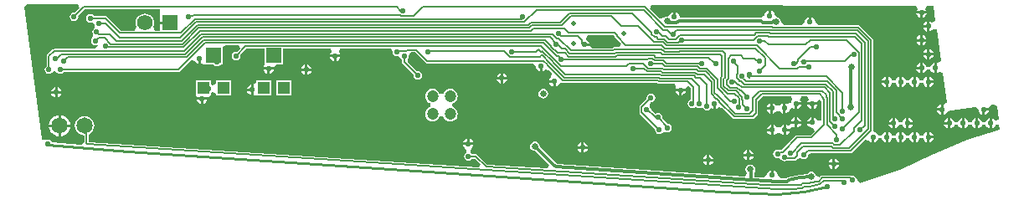
<source format=gbl>
G04*
G04 #@! TF.GenerationSoftware,Altium Limited,Altium Designer,19.1.5 (86)*
G04*
G04 Layer_Physical_Order=2*
G04 Layer_Color=1930808*
%FSAX24Y24*%
%MOIN*%
G70*
G01*
G75*
%ADD14C,0.0100*%
%ADD15C,0.0080*%
%ADD16C,0.0060*%
%ADD85C,0.0120*%
%ADD86C,0.0650*%
%ADD87C,0.0472*%
%ADD88C,0.0620*%
%ADD89R,0.0620X0.0620*%
%ADD90C,0.0195*%
%ADD91C,0.0220*%
%ADD92C,0.0260*%
%ADD93R,0.0472X0.0472*%
%ADD94R,0.0630X0.0591*%
G36*
X019619Y013547D02*
X019677Y013407D01*
X019486Y013216D01*
X019450Y013223D01*
X019384Y013210D01*
X019328Y013172D01*
X019290Y013116D01*
X019277Y013050D01*
X019290Y012984D01*
X019328Y012928D01*
X019384Y012890D01*
X019450Y012877D01*
X019516Y012890D01*
X019572Y012928D01*
X019610Y012984D01*
X019623Y013050D01*
X019616Y013086D01*
X019888Y013358D01*
X022857D01*
X022868Y013223D01*
X022868D01*
Y012863D01*
X023278D01*
Y012763D01*
X022868D01*
Y012504D01*
X022684D01*
X022634Y012577D01*
X022608Y012644D01*
X022638Y012716D01*
X022651Y012813D01*
X022638Y012909D01*
X022601Y012999D01*
X022542Y013077D01*
X022464Y013136D01*
X022374Y013173D01*
X022278Y013186D01*
X022181Y013173D01*
X022091Y013136D01*
X022014Y013077D01*
X021954Y012999D01*
X021917Y012909D01*
X021904Y012813D01*
X021917Y012716D01*
X021947Y012644D01*
X021921Y012577D01*
X021871Y012504D01*
X021325D01*
X020765Y013065D01*
X020735Y013085D01*
X020700Y013092D01*
X020254D01*
X020233Y013122D01*
X020177Y013160D01*
X020111Y013173D01*
X020045Y013160D01*
X019988Y013122D01*
X019951Y013066D01*
X019938Y013000D01*
X019951Y012934D01*
X019988Y012878D01*
X020045Y012840D01*
X020111Y012827D01*
X020141Y012833D01*
X020203Y012818D01*
X020265Y012765D01*
X020270Y012615D01*
X020238Y012579D01*
X020228Y012572D01*
X020190Y012516D01*
X020177Y012450D01*
X020190Y012384D01*
X020215Y012302D01*
X020173Y012218D01*
X020135Y012162D01*
X020122Y012095D01*
X020135Y012029D01*
X020173Y011973D01*
X020229Y011935D01*
X020295Y011922D01*
X020362Y011935D01*
X020401Y011919D01*
X020289Y011782D01*
X018660D01*
X018625Y011775D01*
X018595Y011755D01*
X018385Y011545D01*
X018365Y011515D01*
X018358Y011480D01*
Y011093D01*
X018328Y011072D01*
X018290Y011016D01*
X018277Y010950D01*
X018290Y010884D01*
X018328Y010828D01*
X018384Y010790D01*
X018450Y010777D01*
X018516Y010790D01*
X018572Y010828D01*
X018596Y010863D01*
X018662Y010877D01*
X018664Y010877D01*
X018749Y010867D01*
X018771Y010836D01*
X018827Y010798D01*
X018893Y010785D01*
X018959Y010798D01*
X019015Y010836D01*
X019036Y010866D01*
X023608D01*
X023643Y010873D01*
X023673Y010893D01*
X024108Y011328D01*
X024160Y011324D01*
X024270Y011292D01*
X024299Y011249D01*
X024368Y011202D01*
X024400Y011196D01*
Y011400D01*
X024500D01*
Y011189D01*
X024625Y011155D01*
Y011155D01*
X025009D01*
X025028Y011128D01*
X025084Y011090D01*
X025150Y011077D01*
X025216Y011090D01*
X025272Y011128D01*
X025291Y011155D01*
X025375D01*
Y011866D01*
X025491Y011924D01*
X026011D01*
X026065Y011794D01*
X025936Y011666D01*
X025900Y011673D01*
X025834Y011660D01*
X025778Y011622D01*
X025740Y011566D01*
X025727Y011500D01*
X025740Y011434D01*
X025778Y011378D01*
X025834Y011340D01*
X025900Y011327D01*
X025966Y011340D01*
X026022Y011378D01*
X026060Y011434D01*
X026073Y011500D01*
X026066Y011536D01*
X026318Y011788D01*
X027025D01*
Y011155D01*
X027025D01*
X027002Y011082D01*
X026996Y011050D01*
X027434D01*
X027497Y011144D01*
X027515Y011155D01*
X027775D01*
Y011804D01*
X029666D01*
X029708Y011664D01*
X029699Y011657D01*
X029652Y011588D01*
X029646Y011556D01*
X030054D01*
X030048Y011588D01*
X030001Y011657D01*
X029992Y011664D01*
X030034Y011804D01*
X032030D01*
X032055Y011784D01*
X032130Y011664D01*
X032127Y011650D01*
X032140Y011584D01*
X032178Y011528D01*
X032234Y011490D01*
X032300Y011477D01*
X032367Y011489D01*
X032440Y011434D01*
X032478Y011378D01*
X032508Y011357D01*
Y011250D01*
X032515Y011215D01*
X032535Y011185D01*
X032966Y010754D01*
X032959Y010718D01*
X032972Y010652D01*
X033009Y010596D01*
X033065Y010558D01*
X033132Y010545D01*
X033198Y010558D01*
X033254Y010596D01*
X033292Y010652D01*
X033305Y010718D01*
X033292Y010785D01*
X033254Y010841D01*
X033198Y010878D01*
X033132Y010891D01*
X033096Y010884D01*
X032744Y011236D01*
X032722Y011378D01*
X032760Y011434D01*
X032773Y011500D01*
X032772Y011508D01*
X032850Y011631D01*
X032874Y011648D01*
X033022D01*
X033435Y011235D01*
X033465Y011215D01*
X033500Y011208D01*
X037715D01*
X037836Y011100D01*
X037852Y011018D01*
X037899Y010949D01*
X037968Y010902D01*
X038000Y010896D01*
Y011100D01*
X038100D01*
Y010896D01*
X038132Y010902D01*
X038201Y010949D01*
X038364Y010940D01*
X038477Y010826D01*
X038480Y010792D01*
X038448Y010658D01*
X038421Y010640D01*
X038374Y010570D01*
X038368Y010538D01*
X038572D01*
Y010488D01*
X038622D01*
Y010284D01*
X038654Y010291D01*
X038723Y010337D01*
X038741Y010364D01*
X038758Y010378D01*
X038840Y010417D01*
X038913Y010428D01*
X042645D01*
X042659Y010415D01*
X042689Y010395D01*
X042724Y010388D01*
X043357D01*
X043359Y010386D01*
X043419Y010248D01*
X043402Y010224D01*
X043396Y010192D01*
X043804D01*
X043798Y010224D01*
X043797Y010226D01*
X043905Y010315D01*
X044008Y010212D01*
Y009765D01*
X043984Y009760D01*
X043928Y009722D01*
X043890Y009666D01*
X043877Y009600D01*
X043890Y009534D01*
X043928Y009478D01*
X043984Y009440D01*
X044050Y009427D01*
X044116Y009440D01*
X044200Y009468D01*
X044284Y009440D01*
X044350Y009427D01*
X044416Y009440D01*
X044490Y009434D01*
X044528Y009378D01*
X044584Y009340D01*
X044650Y009327D01*
X044716Y009340D01*
X044772Y009378D01*
X044810Y009434D01*
X044817Y009437D01*
X044868Y009402D01*
X044900Y009396D01*
Y009600D01*
X045000D01*
Y009396D01*
X045032Y009402D01*
X045101Y009449D01*
X045258Y009431D01*
X045674Y009015D01*
X045703Y008995D01*
X045739Y008988D01*
X046465D01*
X046500Y008995D01*
X046530Y009015D01*
X046660Y009145D01*
X046680Y009175D01*
X046687Y009210D01*
Y009707D01*
X046868Y009888D01*
X048002D01*
X048043Y009768D01*
X048047Y009748D01*
X048002Y009682D01*
X047994Y009642D01*
X047951Y009612D01*
X047885Y009587D01*
X047851Y009582D01*
X047810Y009609D01*
X047778Y009616D01*
Y009412D01*
Y009208D01*
X047810Y009214D01*
X047879Y009260D01*
X047926Y009330D01*
X047934Y009370D01*
X047977Y009399D01*
X048043Y009425D01*
X048077Y009430D01*
X048118Y009402D01*
X048150Y009396D01*
Y009600D01*
X048200D01*
Y009650D01*
X048404D01*
X048398Y009682D01*
X048353Y009748D01*
X048357Y009768D01*
X048398Y009888D01*
X048652D01*
X048693Y009768D01*
X048697Y009748D01*
X048652Y009682D01*
X048646Y009650D01*
X049054D01*
X049048Y009682D01*
X049111Y009774D01*
X049208Y009682D01*
Y008920D01*
X049194Y008912D01*
X049048Y008932D01*
X049001Y009001D01*
X048932Y009048D01*
X048900Y009054D01*
Y008850D01*
X048850D01*
Y008800D01*
X048646D01*
X048652Y008768D01*
X048699Y008699D01*
X048768Y008652D01*
X048850Y008636D01*
X048860Y008638D01*
X048929Y008509D01*
X048762Y008342D01*
X048250D01*
X048215Y008335D01*
X048185Y008315D01*
X047636Y007766D01*
X047574D01*
X047539Y007759D01*
X047524Y007749D01*
X047460Y007762D01*
X047394Y007749D01*
X047338Y007711D01*
X047300Y007655D01*
X047287Y007589D01*
X047300Y007522D01*
X047338Y007466D01*
X047394Y007429D01*
X047460Y007416D01*
X047527Y007429D01*
X047618Y007350D01*
X047674Y007312D01*
X047740Y007299D01*
X047806Y007312D01*
X047817Y007320D01*
X048130D01*
X048165Y007327D01*
X048195Y007346D01*
X048236Y007387D01*
X048378Y007428D01*
X048434Y007390D01*
X048500Y007377D01*
X048566Y007390D01*
X048622Y007428D01*
X048660Y007484D01*
X048673Y007550D01*
X048800Y007618D01*
X050362D01*
X050398Y007625D01*
X050427Y007645D01*
X050937Y008154D01*
X051104Y008124D01*
X051109Y008116D01*
X051178Y008070D01*
X051210Y008064D01*
Y008268D01*
X051310D01*
Y008064D01*
X051342Y008070D01*
X051411Y008116D01*
X051458Y008186D01*
X051464Y008219D01*
X051607D01*
X051613Y008186D01*
X051660Y008116D01*
X051729Y008070D01*
X051761Y008064D01*
Y008268D01*
Y008472D01*
X051729Y008465D01*
X051660Y008419D01*
X051613Y008350D01*
X051607Y008317D01*
X051464D01*
X051458Y008350D01*
X051411Y008419D01*
X051342Y008465D01*
X051272Y008528D01*
X051272Y008611D01*
Y012129D01*
X051265Y012164D01*
X051245Y012194D01*
X050744Y012695D01*
X050714Y012715D01*
X050679Y012722D01*
X049072D01*
X048964Y012850D01*
X048948Y012932D01*
X048901Y013001D01*
X048832Y013048D01*
X048800Y013054D01*
Y012850D01*
X048700D01*
Y013054D01*
X048668Y013048D01*
X048599Y013001D01*
X048552Y012932D01*
X048536Y012850D01*
X048428Y012722D01*
X047698D01*
X047594Y012850D01*
X047579Y012924D01*
X047537Y012987D01*
X047474Y013029D01*
X047364Y013100D01*
X047348Y013182D01*
X047301Y013251D01*
X047232Y013298D01*
X047200Y013304D01*
Y013100D01*
X047100D01*
Y013304D01*
X047068Y013298D01*
X046999Y013251D01*
X046952Y013182D01*
X046940Y013119D01*
X046907Y013082D01*
X046809Y013021D01*
X046800Y013022D01*
X043587D01*
X043564Y013050D01*
X043548Y013132D01*
X043501Y013201D01*
X043432Y013248D01*
X043400Y013254D01*
Y013050D01*
X043300D01*
Y013254D01*
X043268Y013248D01*
X043199Y013201D01*
X043152Y013132D01*
X043061Y013072D01*
X042987Y013058D01*
X042924Y013016D01*
X042760Y012999D01*
X042383Y013376D01*
X042441Y013515D01*
X052967Y013501D01*
X053004Y013438D01*
X053025Y013361D01*
X052991Y013310D01*
X052985Y013278D01*
X053393D01*
X053387Y013310D01*
X053353Y013360D01*
X053375Y013438D01*
X053412Y013500D01*
X053613Y013500D01*
X053656Y013497D01*
X053740Y012894D01*
X053645Y012844D01*
X053608Y012834D01*
X053546Y012875D01*
X053515Y012881D01*
Y012677D01*
Y012473D01*
X053546Y012479D01*
X053616Y012526D01*
X053645Y012569D01*
X053756Y012563D01*
X053789Y012552D01*
X053965Y011294D01*
X053835Y011212D01*
X053822Y011221D01*
X053790Y011228D01*
Y011024D01*
Y010820D01*
X053822Y010826D01*
X053884Y010867D01*
X053931Y010860D01*
X054031Y010829D01*
X054193Y009672D01*
X054159Y009634D01*
X054066Y009574D01*
Y009370D01*
Y009166D01*
X054098Y009172D01*
X054167Y009219D01*
X054177Y009233D01*
X054202Y009263D01*
X054288Y009309D01*
X054344Y009325D01*
X054364Y009328D01*
X055331Y009464D01*
X055455Y009370D01*
X055472Y009288D01*
X055518Y009219D01*
X055587Y009172D01*
X055619Y009166D01*
Y009370D01*
X055669D01*
Y009420D01*
X055888D01*
X055945Y009531D01*
X055968Y009553D01*
X056085Y009570D01*
X056197Y009485D01*
X056261Y008966D01*
X056125Y008927D01*
X056096Y008970D01*
X056027Y009017D01*
X055995Y009023D01*
Y008819D01*
Y008615D01*
X056027Y008621D01*
X056096Y008668D01*
X056143Y008737D01*
X056146Y008757D01*
X056288Y008752D01*
X056313Y008550D01*
X055013Y008150D01*
X053613Y007550D01*
X052413Y007000D01*
X050813Y006450D01*
X050732Y006433D01*
X050732Y006433D01*
X050624Y006550D01*
X050622Y006554D01*
X050610Y006616D01*
X050572Y006672D01*
X050516Y006710D01*
X050450Y006723D01*
X050409Y006715D01*
X050380Y006735D01*
X050345Y006742D01*
X049240D01*
X049205Y006735D01*
X049175Y006715D01*
X049130Y006670D01*
X049066Y006684D01*
X048989Y006726D01*
X048979Y006774D01*
X048937Y006837D01*
X048874Y006879D01*
X048800Y006894D01*
X048726Y006879D01*
X048663Y006837D01*
X048642Y006806D01*
X048336Y006772D01*
X048330Y006770D01*
X048323Y006769D01*
X047873Y006669D01*
X047864Y006665D01*
X047853Y006663D01*
X047842Y006656D01*
X047830Y006650D01*
X047822Y006642D01*
X047813Y006637D01*
X047801Y006624D01*
X047574D01*
X047464Y006750D01*
X047448Y006832D01*
X047401Y006901D01*
X047332Y006948D01*
X047300Y006954D01*
Y006750D01*
X047200D01*
Y006954D01*
X047168Y006948D01*
X047099Y006901D01*
X047052Y006832D01*
X047036Y006750D01*
X046914Y006644D01*
X046522Y006671D01*
Y006852D01*
X046557Y006904D01*
X046572Y006978D01*
X046557Y007052D01*
X046515Y007115D01*
X046452Y007157D01*
X046378Y007172D01*
X046304Y007157D01*
X046241Y007115D01*
X046199Y007052D01*
X046184Y006978D01*
X046199Y006904D01*
X046241Y006841D01*
X046209Y006754D01*
X046145Y006697D01*
X038690Y007205D01*
X038628Y007245D01*
X037990Y007883D01*
X037994Y007900D01*
X037979Y007974D01*
X037937Y008037D01*
X037874Y008079D01*
X037800Y008094D01*
X037726Y008079D01*
X037663Y008037D01*
X037621Y007974D01*
X037606Y007900D01*
X037621Y007826D01*
X037663Y007763D01*
X037726Y007721D01*
X037800Y007706D01*
X037817Y007710D01*
X038380Y007147D01*
X038318Y007011D01*
X035912Y007168D01*
X035515Y007565D01*
X035485Y007585D01*
X035450Y007592D01*
X035320D01*
X035253Y007664D01*
X035248Y007699D01*
X035259Y007794D01*
X035282Y007836D01*
X035301Y007849D01*
X035348Y007918D01*
X035354Y007950D01*
X034946D01*
X034952Y007918D01*
X034999Y007849D01*
X035018Y007836D01*
X035080Y007722D01*
X035083Y007676D01*
X035028Y007622D01*
X034990Y007566D01*
X034977Y007500D01*
X034990Y007434D01*
X035028Y007378D01*
X035084Y007340D01*
X035150Y007327D01*
X035216Y007340D01*
X035272Y007378D01*
X035280Y007389D01*
X035423Y007398D01*
X035626Y007194D01*
X035568Y007067D01*
X031356Y007342D01*
X031356Y007342D01*
X031356Y007342D01*
X020042Y008072D01*
Y008374D01*
X020069Y008385D01*
X020149Y008447D01*
X020211Y008527D01*
X020250Y008621D01*
X020263Y008721D01*
X020250Y008822D01*
X020211Y008915D01*
X020149Y008996D01*
X020069Y009057D01*
X019975Y009096D01*
X019875Y009109D01*
X019774Y009096D01*
X019681Y009057D01*
X019600Y008996D01*
X019539Y008915D01*
X019500Y008822D01*
X019487Y008721D01*
X019500Y008621D01*
X019539Y008527D01*
X019600Y008447D01*
X019681Y008385D01*
X019774Y008346D01*
X019858Y008335D01*
Y008089D01*
X019755Y007971D01*
X019727Y007959D01*
X018563Y008050D01*
X018560Y008066D01*
X018522Y008122D01*
X018466Y008160D01*
X018400Y008173D01*
X018334Y008160D01*
X018309Y008144D01*
X018201Y008173D01*
X018160Y008199D01*
X017563Y012700D01*
X017476Y013445D01*
X017569Y013550D01*
X019619Y013547D01*
D02*
G37*
G36*
X040973Y012297D02*
Y012282D01*
X040980Y012247D01*
X041000Y012217D01*
X041225Y011992D01*
X041167Y011852D01*
X040957D01*
X040922Y011845D01*
X040892Y011825D01*
X040869Y011802D01*
X040080D01*
X040061Y011814D01*
X039999Y011908D01*
X039765D01*
Y012008D01*
X039969D01*
X039963Y012040D01*
X039917Y012109D01*
X039847Y012155D01*
X039837Y012167D01*
X039826Y012193D01*
X039919Y012333D01*
X040937D01*
X040973Y012297D01*
D02*
G37*
%LPC*%
G36*
X053393Y013178D02*
X053239D01*
Y013024D01*
X053271Y013031D01*
X053340Y013077D01*
X053387Y013146D01*
X053393Y013178D01*
D02*
G37*
G36*
X053139D02*
X052985D01*
X052991Y013146D01*
X053038Y013077D01*
X053107Y013031D01*
X053139Y013024D01*
Y013178D01*
D02*
G37*
G36*
X053415Y012881D02*
X053383Y012875D01*
X053313Y012828D01*
X053267Y012759D01*
X053261Y012727D01*
X053415D01*
Y012881D01*
D02*
G37*
G36*
Y012627D02*
X053261D01*
X053267Y012595D01*
X053313Y012526D01*
X053383Y012479D01*
X053415Y012473D01*
Y012627D01*
D02*
G37*
G36*
X053239Y012330D02*
Y012176D01*
X053393D01*
X053387Y012208D01*
X053340Y012277D01*
X053271Y012324D01*
X053239Y012330D01*
D02*
G37*
G36*
X053139D02*
X053107Y012324D01*
X053038Y012277D01*
X052991Y012208D01*
X052985Y012176D01*
X053139D01*
Y012330D01*
D02*
G37*
G36*
X053393Y012076D02*
X053239D01*
Y011922D01*
X053271Y011928D01*
X053340Y011975D01*
X053387Y012044D01*
X053393Y012076D01*
D02*
G37*
G36*
X053139D02*
X052985D01*
X052991Y012044D01*
X053038Y011975D01*
X053107Y011928D01*
X053139Y011922D01*
Y012076D01*
D02*
G37*
G36*
X053515Y011779D02*
Y011625D01*
X053669D01*
X053662Y011657D01*
X053616Y011726D01*
X053546Y011772D01*
X053515Y011779D01*
D02*
G37*
G36*
X053415D02*
X053383Y011772D01*
X053313Y011726D01*
X053267Y011657D01*
X053261Y011625D01*
X053415D01*
Y011779D01*
D02*
G37*
G36*
X053669Y011525D02*
X053515D01*
Y011371D01*
X053546Y011377D01*
X053616Y011424D01*
X053662Y011493D01*
X053669Y011525D01*
D02*
G37*
G36*
X053415D02*
X053261D01*
X053267Y011493D01*
X053313Y011424D01*
X053383Y011377D01*
X053415Y011371D01*
Y011525D01*
D02*
G37*
G36*
X030054Y011456D02*
X029900D01*
Y011302D01*
X029932Y011308D01*
X030001Y011355D01*
X030048Y011424D01*
X030054Y011456D01*
D02*
G37*
G36*
X029800D02*
X029646D01*
X029652Y011424D01*
X029699Y011355D01*
X029768Y011308D01*
X029800Y011302D01*
Y011456D01*
D02*
G37*
G36*
X053139Y011228D02*
X053107Y011221D01*
X053038Y011175D01*
X052991Y011106D01*
X052985Y011074D01*
X053139D01*
Y011228D01*
D02*
G37*
G36*
X053690D02*
X053658Y011221D01*
X053589Y011175D01*
X053542Y011106D01*
X053536Y011073D01*
X053393D01*
X053387Y011106D01*
X053340Y011175D01*
X053271Y011221D01*
X053239Y011228D01*
Y011024D01*
Y010820D01*
X053271Y010826D01*
X053340Y010872D01*
X053387Y010942D01*
X053393Y010975D01*
X053536D01*
X053542Y010942D01*
X053589Y010872D01*
X053658Y010826D01*
X053690Y010820D01*
Y011024D01*
Y011228D01*
D02*
G37*
G36*
X028750Y011154D02*
Y011000D01*
X028904D01*
X028898Y011032D01*
X028851Y011101D01*
X028782Y011148D01*
X028750Y011154D01*
D02*
G37*
G36*
X028650D02*
X028618Y011148D01*
X028549Y011101D01*
X028502Y011032D01*
X028496Y011000D01*
X028650D01*
Y011154D01*
D02*
G37*
G36*
X053139Y010974D02*
X052985D01*
X052991Y010942D01*
X053038Y010872D01*
X053107Y010826D01*
X053139Y010820D01*
Y010974D01*
D02*
G37*
G36*
X027404Y010950D02*
X027250D01*
Y010796D01*
X027282Y010802D01*
X027351Y010849D01*
X027398Y010918D01*
X027404Y010950D01*
D02*
G37*
G36*
X027150D02*
X026996D01*
X027002Y010918D01*
X027049Y010849D01*
X027118Y010802D01*
X027150Y010796D01*
Y010950D01*
D02*
G37*
G36*
X028904Y010900D02*
X028750D01*
Y010746D01*
X028782Y010752D01*
X028851Y010799D01*
X028898Y010868D01*
X028904Y010900D01*
D02*
G37*
G36*
X028650D02*
X028496D01*
X028502Y010868D01*
X028549Y010799D01*
X028618Y010752D01*
X028650Y010746D01*
Y010900D01*
D02*
G37*
G36*
X036538Y010816D02*
Y010662D01*
X036692D01*
X036686Y010694D01*
X036639Y010763D01*
X036570Y010809D01*
X036538Y010816D01*
D02*
G37*
G36*
X036438D02*
X036406Y010809D01*
X036337Y010763D01*
X036291Y010694D01*
X036284Y010662D01*
X036438D01*
Y010816D01*
D02*
G37*
G36*
X053515Y010676D02*
Y010522D01*
X053669D01*
X053662Y010554D01*
X053616Y010624D01*
X053546Y010670D01*
X053515Y010676D01*
D02*
G37*
G36*
X051761D02*
X051729Y010670D01*
X051660Y010624D01*
X051613Y010554D01*
X051607Y010522D01*
X051761D01*
Y010676D01*
D02*
G37*
G36*
X053415D02*
X053383Y010670D01*
X053313Y010624D01*
X053267Y010554D01*
X053260Y010521D01*
X053118D01*
X053111Y010554D01*
X053065Y010624D01*
X052995Y010670D01*
X052963Y010676D01*
Y010472D01*
Y010268D01*
X052995Y010275D01*
X053065Y010321D01*
X053111Y010391D01*
X053118Y010424D01*
X053260D01*
X053267Y010391D01*
X053313Y010321D01*
X053383Y010275D01*
X053415Y010268D01*
Y010472D01*
Y010676D01*
D02*
G37*
G36*
X052863D02*
X052832Y010670D01*
X052762Y010624D01*
X052716Y010554D01*
X052709Y010521D01*
X052566D01*
X052560Y010554D01*
X052513Y010624D01*
X052444Y010670D01*
X052412Y010676D01*
Y010472D01*
Y010268D01*
X052444Y010275D01*
X052513Y010321D01*
X052560Y010391D01*
X052566Y010424D01*
X052709D01*
X052716Y010391D01*
X052762Y010321D01*
X052832Y010275D01*
X052863Y010268D01*
Y010472D01*
Y010676D01*
D02*
G37*
G36*
X052312D02*
X052280Y010670D01*
X052211Y010624D01*
X052165Y010554D01*
X052158Y010521D01*
X052015D01*
X052009Y010554D01*
X051962Y010624D01*
X051893Y010670D01*
X051861Y010676D01*
Y010472D01*
Y010268D01*
X051893Y010275D01*
X051962Y010321D01*
X052009Y010391D01*
X052015Y010424D01*
X052158D01*
X052165Y010391D01*
X052211Y010321D01*
X052280Y010275D01*
X052312Y010268D01*
Y010472D01*
Y010676D01*
D02*
G37*
G36*
X036692Y010562D02*
X036538D01*
Y010408D01*
X036570Y010414D01*
X036639Y010461D01*
X036686Y010530D01*
X036692Y010562D01*
D02*
G37*
G36*
X036438D02*
X036284D01*
X036291Y010530D01*
X036337Y010461D01*
X036406Y010414D01*
X036438Y010408D01*
Y010562D01*
D02*
G37*
G36*
X025690Y010527D02*
X025097D01*
Y010395D01*
X024957Y010333D01*
X024903Y010383D01*
Y010527D01*
X024310D01*
Y009934D01*
X024310D01*
X024326Y009850D01*
X024803D01*
X024868Y009934D01*
X024903D01*
Y010017D01*
X024957Y010067D01*
X025097Y010005D01*
Y009934D01*
X025690D01*
Y010527D01*
D02*
G37*
G36*
X038522Y010438D02*
X038368D01*
X038374Y010407D01*
X038421Y010337D01*
X038490Y010291D01*
X038522Y010284D01*
Y010438D01*
D02*
G37*
G36*
X053669Y010422D02*
X053515D01*
Y010268D01*
X053546Y010275D01*
X053616Y010321D01*
X053662Y010391D01*
X053669Y010422D01*
D02*
G37*
G36*
X051761D02*
X051607D01*
X051613Y010391D01*
X051660Y010321D01*
X051729Y010275D01*
X051761Y010268D01*
Y010422D01*
D02*
G37*
G36*
X026500Y010354D02*
X026468Y010348D01*
X026399Y010301D01*
X026352Y010232D01*
X026346Y010200D01*
X026500D01*
Y010354D01*
D02*
G37*
G36*
X018800Y010254D02*
Y010100D01*
X018954D01*
X018948Y010132D01*
X018901Y010201D01*
X018832Y010248D01*
X018800Y010254D01*
D02*
G37*
G36*
X018700D02*
X018668Y010248D01*
X018599Y010201D01*
X018552Y010132D01*
X018546Y010100D01*
X018700D01*
Y010254D01*
D02*
G37*
G36*
X034432Y010193D02*
X034355Y010183D01*
X034283Y010153D01*
X034221Y010105D01*
X034174Y010043D01*
X034152Y009991D01*
X034079Y009978D01*
X034006Y009991D01*
X033984Y010043D01*
X033936Y010105D01*
X033875Y010153D01*
X033803Y010183D01*
X033725Y010193D01*
X033648Y010183D01*
X033576Y010153D01*
X033514Y010105D01*
X033466Y010043D01*
X033437Y009971D01*
X033426Y009894D01*
X033437Y009817D01*
X033466Y009745D01*
X033514Y009683D01*
X033576Y009635D01*
X033628Y009614D01*
X033641Y009541D01*
X033628Y009467D01*
X033576Y009446D01*
X033514Y009398D01*
X033466Y009336D01*
X033437Y009264D01*
X033426Y009187D01*
X033437Y009110D01*
X033466Y009038D01*
X033514Y008976D01*
X033576Y008928D01*
X033648Y008898D01*
X033725Y008888D01*
X033803Y008898D01*
X033875Y008928D01*
X033936Y008976D01*
X033984Y009038D01*
X034006Y009090D01*
X034079Y009103D01*
X034152Y009090D01*
X034174Y009038D01*
X034221Y008976D01*
X034283Y008928D01*
X034355Y008898D01*
X034432Y008888D01*
X034510Y008898D01*
X034582Y008928D01*
X034644Y008976D01*
X034691Y009038D01*
X034721Y009110D01*
X034731Y009187D01*
X034721Y009264D01*
X034691Y009336D01*
X034644Y009398D01*
X034582Y009446D01*
X034529Y009467D01*
X034516Y009541D01*
X034529Y009614D01*
X034582Y009635D01*
X034644Y009683D01*
X034691Y009745D01*
X034721Y009817D01*
X034731Y009894D01*
X034721Y009971D01*
X034691Y010043D01*
X034644Y010105D01*
X034582Y010153D01*
X034510Y010183D01*
X034432Y010193D01*
D02*
G37*
G36*
X026500Y010100D02*
X026346D01*
X026352Y010068D01*
X026399Y009999D01*
X026468Y009952D01*
X026500Y009946D01*
Y010100D01*
D02*
G37*
G36*
X043804Y010092D02*
X043650D01*
Y009938D01*
X043682Y009944D01*
X043751Y009991D01*
X043798Y010060D01*
X043804Y010092D01*
D02*
G37*
G36*
X043550D02*
X043396D01*
X043402Y010060D01*
X043449Y009991D01*
X043518Y009944D01*
X043550Y009938D01*
Y010092D01*
D02*
G37*
G36*
X028090Y010527D02*
X027497D01*
Y009934D01*
X028090D01*
Y010527D01*
D02*
G37*
G36*
X027303D02*
X026710D01*
Y010464D01*
X026695Y010441D01*
X026600Y010379D01*
Y010150D01*
Y009939D01*
X026710Y009934D01*
Y009934D01*
X027303D01*
Y010527D01*
D02*
G37*
G36*
X018954Y010000D02*
X018800D01*
Y009846D01*
X018832Y009852D01*
X018901Y009899D01*
X018948Y009968D01*
X018954Y010000D01*
D02*
G37*
G36*
X018700D02*
X018546D01*
X018552Y009968D01*
X018599Y009899D01*
X018668Y009852D01*
X018700Y009846D01*
Y010000D01*
D02*
G37*
G36*
X038132Y010194D02*
X038058Y010179D01*
X037995Y010137D01*
X037953Y010074D01*
X037938Y010000D01*
X037953Y009926D01*
X037995Y009863D01*
X038058Y009821D01*
X038132Y009806D01*
X038206Y009821D01*
X038269Y009863D01*
X038311Y009926D01*
X038325Y010000D01*
X038311Y010074D01*
X038269Y010137D01*
X038206Y010179D01*
X038132Y010194D01*
D02*
G37*
G36*
X024754Y009750D02*
X024600D01*
Y009596D01*
X024632Y009602D01*
X024701Y009649D01*
X024748Y009718D01*
X024754Y009750D01*
D02*
G37*
G36*
X024500D02*
X024346D01*
X024352Y009718D01*
X024399Y009649D01*
X024468Y009602D01*
X024500Y009596D01*
Y009750D01*
D02*
G37*
G36*
X047678Y009616D02*
X047646Y009609D01*
X047577Y009563D01*
X047556Y009532D01*
X047533Y009525D01*
X047423D01*
X047400Y009532D01*
X047379Y009563D01*
X047310Y009609D01*
X047278Y009616D01*
Y009412D01*
Y009208D01*
X047310Y009214D01*
X047379Y009260D01*
X047400Y009292D01*
X047423Y009298D01*
X047533D01*
X047556Y009292D01*
X047577Y009260D01*
X047646Y009214D01*
X047678Y009208D01*
Y009412D01*
Y009616D01*
D02*
G37*
G36*
X047178D02*
X047146Y009609D01*
X047077Y009563D01*
X047030Y009493D01*
X047024Y009462D01*
X047178D01*
Y009616D01*
D02*
G37*
G36*
X053966Y009574D02*
X053934Y009568D01*
X053864Y009521D01*
X053818Y009452D01*
X053812Y009420D01*
X053966D01*
Y009574D01*
D02*
G37*
G36*
X049054Y009550D02*
X048900D01*
Y009396D01*
X048932Y009402D01*
X049001Y009449D01*
X049048Y009518D01*
X049054Y009550D01*
D02*
G37*
G36*
X048800D02*
X048646D01*
X048652Y009518D01*
X048699Y009449D01*
X048768Y009402D01*
X048800Y009396D01*
Y009550D01*
D02*
G37*
G36*
X048404D02*
X048250D01*
Y009396D01*
X048282Y009402D01*
X048351Y009449D01*
X048398Y009518D01*
X048404Y009550D01*
D02*
G37*
G36*
X047178Y009362D02*
X047024D01*
X047030Y009330D01*
X047077Y009260D01*
X047146Y009214D01*
X047178Y009208D01*
Y009362D01*
D02*
G37*
G36*
X055873Y009320D02*
X055719D01*
Y009166D01*
X055751Y009172D01*
X055821Y009219D01*
X055867Y009288D01*
X055873Y009320D01*
D02*
G37*
G36*
X053966D02*
X053812D01*
X053818Y009288D01*
X053864Y009219D01*
X053934Y009172D01*
X053966Y009166D01*
Y009320D01*
D02*
G37*
G36*
X048800Y009054D02*
X048768Y009048D01*
X048699Y009001D01*
X048652Y008932D01*
X048646Y008900D01*
X048800D01*
Y009054D01*
D02*
G37*
G36*
X048250D02*
Y008900D01*
X048404D01*
X048398Y008932D01*
X048351Y009001D01*
X048282Y009048D01*
X048250Y009054D01*
D02*
G37*
G36*
X048150D02*
X048118Y009048D01*
X048049Y009001D01*
X048002Y008932D01*
X047996Y008900D01*
X048150D01*
Y009054D01*
D02*
G37*
G36*
X054241Y009023D02*
X054209Y009017D01*
X054140Y008970D01*
X054094Y008901D01*
X054087Y008869D01*
X054241D01*
Y009023D01*
D02*
G37*
G36*
X052688D02*
Y008869D01*
X052842D01*
X052835Y008901D01*
X052789Y008970D01*
X052720Y009017D01*
X052688Y009023D01*
D02*
G37*
G36*
X052037D02*
X052005Y009017D01*
X051935Y008970D01*
X051889Y008901D01*
X051883Y008869D01*
X052037D01*
Y009023D01*
D02*
G37*
G36*
X055895D02*
X055863Y009017D01*
X055794Y008970D01*
X055747Y008901D01*
X055741Y008868D01*
X055598D01*
X055591Y008901D01*
X055545Y008970D01*
X055476Y009017D01*
X055444Y009023D01*
Y008819D01*
Y008615D01*
X055476Y008621D01*
X055545Y008668D01*
X055591Y008737D01*
X055598Y008770D01*
X055741D01*
X055747Y008737D01*
X055794Y008668D01*
X055863Y008621D01*
X055895Y008615D01*
Y008819D01*
Y009023D01*
D02*
G37*
G36*
X055344D02*
X055312Y009017D01*
X055242Y008970D01*
X055196Y008901D01*
X055189Y008868D01*
X055047D01*
X055040Y008901D01*
X054994Y008970D01*
X054924Y009017D01*
X054893Y009023D01*
Y008819D01*
Y008615D01*
X054924Y008621D01*
X054994Y008668D01*
X055040Y008737D01*
X055047Y008770D01*
X055189D01*
X055196Y008737D01*
X055242Y008668D01*
X055312Y008621D01*
X055344Y008615D01*
Y008819D01*
Y009023D01*
D02*
G37*
G36*
X054793D02*
X054761Y009017D01*
X054691Y008970D01*
X054645Y008901D01*
X054638Y008868D01*
X054496D01*
X054489Y008901D01*
X054443Y008970D01*
X054373Y009017D01*
X054341Y009023D01*
Y008819D01*
Y008615D01*
X054373Y008621D01*
X054443Y008668D01*
X054489Y008737D01*
X054496Y008770D01*
X054638D01*
X054645Y008737D01*
X054691Y008668D01*
X054761Y008621D01*
X054793Y008615D01*
Y008819D01*
Y009023D01*
D02*
G37*
G36*
X052588D02*
X052556Y009017D01*
X052487Y008970D01*
X052440Y008901D01*
X052434Y008868D01*
X052291D01*
X052284Y008901D01*
X052238Y008970D01*
X052168Y009017D01*
X052137Y009023D01*
Y008819D01*
Y008615D01*
X052168Y008621D01*
X052238Y008668D01*
X052284Y008737D01*
X052291Y008770D01*
X052434D01*
X052440Y008737D01*
X052487Y008668D01*
X052556Y008621D01*
X052588Y008615D01*
Y008819D01*
Y009023D01*
D02*
G37*
G36*
X018925Y009143D02*
Y008771D01*
X019297D01*
X019289Y008832D01*
X019246Y008935D01*
X019178Y009024D01*
X019089Y009092D01*
X018986Y009135D01*
X018925Y009143D01*
D02*
G37*
G36*
X018825D02*
X018764Y009135D01*
X018661Y009092D01*
X018572Y009024D01*
X018504Y008935D01*
X018461Y008832D01*
X018453Y008771D01*
X018825D01*
Y009143D01*
D02*
G37*
G36*
X048150Y008800D02*
X047996D01*
X047997Y008793D01*
X047984Y008780D01*
X047896Y008721D01*
X047881Y008715D01*
X047870Y008722D01*
X047832Y008748D01*
X047800Y008754D01*
Y008600D01*
X047954D01*
X047953Y008607D01*
X047966Y008620D01*
X048054Y008679D01*
X048069Y008685D01*
X048080Y008678D01*
X048118Y008652D01*
X048150Y008646D01*
Y008800D01*
D02*
G37*
G36*
X047700Y008754D02*
X047668Y008748D01*
X047599Y008701D01*
X047578Y008670D01*
X047555Y008663D01*
X047445D01*
X047422Y008670D01*
X047401Y008701D01*
X047332Y008748D01*
X047300Y008754D01*
Y008550D01*
Y008346D01*
X047332Y008352D01*
X047401Y008399D01*
X047422Y008430D01*
X047445Y008437D01*
X047555D01*
X047578Y008430D01*
X047599Y008399D01*
X047668Y008352D01*
X047700Y008346D01*
Y008550D01*
Y008754D01*
D02*
G37*
G36*
X048404Y008800D02*
X048250D01*
Y008646D01*
X048282Y008652D01*
X048351Y008699D01*
X048398Y008768D01*
X048404Y008800D01*
D02*
G37*
G36*
X054241Y008769D02*
X054087D01*
X054094Y008737D01*
X054140Y008668D01*
X054209Y008621D01*
X054241Y008615D01*
Y008769D01*
D02*
G37*
G36*
X052842D02*
X052688D01*
Y008615D01*
X052720Y008621D01*
X052789Y008668D01*
X052835Y008737D01*
X052842Y008769D01*
D02*
G37*
G36*
X052037D02*
X051883D01*
X051889Y008737D01*
X051935Y008668D01*
X052005Y008621D01*
X052037Y008615D01*
Y008769D01*
D02*
G37*
G36*
X047200Y008754D02*
X047168Y008748D01*
X047099Y008701D01*
X047052Y008632D01*
X047046Y008600D01*
X047200D01*
Y008754D01*
D02*
G37*
G36*
X042420Y010003D02*
X042354Y009990D01*
X042298Y009952D01*
X042260Y009896D01*
X042247Y009830D01*
X042256Y009785D01*
X041985Y009515D01*
X041965Y009485D01*
X041958Y009450D01*
Y009250D01*
X041965Y009215D01*
X041985Y009185D01*
X042584Y008586D01*
X042577Y008550D01*
X042590Y008484D01*
X042628Y008428D01*
X042684Y008390D01*
X042750Y008377D01*
X042816Y008390D01*
X042872Y008428D01*
X042929Y008482D01*
X043014Y008472D01*
X043014Y008472D01*
X043033Y008468D01*
X043080Y008459D01*
X043146Y008472D01*
X043203Y008509D01*
X043240Y008566D01*
X043253Y008632D01*
X043240Y008698D01*
X043203Y008754D01*
X043146Y008792D01*
X043080Y008805D01*
X043076Y008804D01*
X042866Y009014D01*
X042873Y009050D01*
X042860Y009116D01*
X042822Y009172D01*
X042766Y009210D01*
X042700Y009223D01*
X042634Y009210D01*
X042595Y009184D01*
X042422Y009358D01*
X042410Y009416D01*
X042372Y009472D01*
X042369Y009524D01*
X042420Y009657D01*
X042486Y009670D01*
X042542Y009708D01*
X042580Y009764D01*
X042593Y009830D01*
X042580Y009896D01*
X042542Y009952D01*
X042486Y009990D01*
X042420Y010003D01*
D02*
G37*
G36*
X047954Y008500D02*
X047800D01*
Y008346D01*
X047832Y008352D01*
X047901Y008399D01*
X047948Y008468D01*
X047954Y008500D01*
D02*
G37*
G36*
X047200D02*
X047046D01*
X047052Y008468D01*
X047099Y008399D01*
X047168Y008352D01*
X047200Y008346D01*
Y008500D01*
D02*
G37*
G36*
X053515Y008472D02*
Y008318D01*
X053669D01*
X053662Y008350D01*
X053616Y008419D01*
X053546Y008465D01*
X053515Y008472D01*
D02*
G37*
G36*
X053415D02*
X053383Y008465D01*
X053313Y008419D01*
X053267Y008350D01*
X053260Y008317D01*
X053118D01*
X053111Y008350D01*
X053065Y008419D01*
X052995Y008465D01*
X052963Y008472D01*
Y008268D01*
Y008064D01*
X052995Y008070D01*
X053065Y008116D01*
X053111Y008186D01*
X053118Y008219D01*
X053260D01*
X053267Y008186D01*
X053313Y008116D01*
X053383Y008070D01*
X053415Y008064D01*
Y008268D01*
Y008472D01*
D02*
G37*
G36*
X052863D02*
X052832Y008465D01*
X052762Y008419D01*
X052716Y008350D01*
X052709Y008317D01*
X052566D01*
X052560Y008350D01*
X052513Y008419D01*
X052444Y008465D01*
X052412Y008472D01*
Y008268D01*
Y008064D01*
X052444Y008070D01*
X052513Y008116D01*
X052560Y008186D01*
X052566Y008219D01*
X052709D01*
X052716Y008186D01*
X052762Y008116D01*
X052832Y008070D01*
X052863Y008064D01*
Y008268D01*
Y008472D01*
D02*
G37*
G36*
X052312D02*
X052280Y008465D01*
X052211Y008419D01*
X052165Y008350D01*
X052158Y008317D01*
X052015D01*
X052009Y008350D01*
X051962Y008419D01*
X051893Y008465D01*
X051861Y008472D01*
Y008268D01*
Y008064D01*
X051893Y008070D01*
X051962Y008116D01*
X052009Y008186D01*
X052015Y008219D01*
X052158D01*
X052165Y008186D01*
X052211Y008116D01*
X052280Y008070D01*
X052312Y008064D01*
Y008268D01*
Y008472D01*
D02*
G37*
G36*
X019297Y008671D02*
X018925D01*
Y008299D01*
X018986Y008307D01*
X019089Y008350D01*
X019178Y008418D01*
X019246Y008507D01*
X019289Y008610D01*
X019297Y008671D01*
D02*
G37*
G36*
X018825D02*
X018453D01*
X018461Y008610D01*
X018504Y008507D01*
X018572Y008418D01*
X018661Y008350D01*
X018764Y008307D01*
X018825Y008299D01*
Y008671D01*
D02*
G37*
G36*
X053669Y008218D02*
X053515D01*
Y008064D01*
X053546Y008070D01*
X053616Y008116D01*
X053662Y008186D01*
X053669Y008218D01*
D02*
G37*
G36*
X035200Y008204D02*
Y008050D01*
X035354D01*
X035348Y008082D01*
X035301Y008151D01*
X035232Y008198D01*
X035200Y008204D01*
D02*
G37*
G36*
X035100D02*
X035068Y008198D01*
X034999Y008151D01*
X034952Y008082D01*
X034946Y008050D01*
X035100D01*
Y008204D01*
D02*
G37*
G36*
X039750Y008054D02*
Y007900D01*
X039904D01*
X039898Y007932D01*
X039851Y008001D01*
X039782Y008048D01*
X039750Y008054D01*
D02*
G37*
G36*
X039650D02*
X039618Y008048D01*
X039549Y008001D01*
X039502Y007932D01*
X039496Y007900D01*
X039650D01*
Y008054D01*
D02*
G37*
G36*
X039904Y007800D02*
X039750D01*
Y007646D01*
X039782Y007652D01*
X039851Y007699D01*
X039898Y007768D01*
X039904Y007800D01*
D02*
G37*
G36*
X039650D02*
X039496D01*
X039502Y007768D01*
X039549Y007699D01*
X039618Y007652D01*
X039650Y007646D01*
Y007800D01*
D02*
G37*
G36*
X046350Y007754D02*
Y007600D01*
X046504D01*
X046498Y007632D01*
X046451Y007701D01*
X046382Y007748D01*
X046350Y007754D01*
D02*
G37*
G36*
X046250D02*
X046218Y007748D01*
X046149Y007701D01*
X046102Y007632D01*
X046096Y007600D01*
X046250D01*
Y007754D01*
D02*
G37*
G36*
X044750Y007554D02*
Y007400D01*
X044904D01*
X044898Y007432D01*
X044851Y007501D01*
X044782Y007548D01*
X044750Y007554D01*
D02*
G37*
G36*
X044650D02*
X044618Y007548D01*
X044549Y007501D01*
X044502Y007432D01*
X044496Y007400D01*
X044650D01*
Y007554D01*
D02*
G37*
G36*
X046504Y007500D02*
X046350D01*
Y007346D01*
X046382Y007352D01*
X046451Y007399D01*
X046498Y007468D01*
X046504Y007500D01*
D02*
G37*
G36*
X046250D02*
X046096D01*
X046102Y007468D01*
X046149Y007399D01*
X046218Y007352D01*
X046250Y007346D01*
Y007500D01*
D02*
G37*
G36*
X049750Y007404D02*
Y007250D01*
X049904D01*
X049898Y007282D01*
X049851Y007351D01*
X049782Y007398D01*
X049750Y007404D01*
D02*
G37*
G36*
X049650D02*
X049618Y007398D01*
X049549Y007351D01*
X049502Y007282D01*
X049496Y007250D01*
X049650D01*
Y007404D01*
D02*
G37*
G36*
X044904Y007300D02*
X044750D01*
Y007146D01*
X044782Y007152D01*
X044851Y007199D01*
X044898Y007268D01*
X044904Y007300D01*
D02*
G37*
G36*
X044650D02*
X044496D01*
X044502Y007268D01*
X044549Y007199D01*
X044618Y007152D01*
X044650Y007146D01*
Y007300D01*
D02*
G37*
G36*
X049904Y007150D02*
X049750D01*
Y006996D01*
X049782Y007002D01*
X049851Y007049D01*
X049898Y007118D01*
X049904Y007150D01*
D02*
G37*
G36*
X049650D02*
X049496D01*
X049502Y007118D01*
X049549Y007049D01*
X049618Y007002D01*
X049650Y006996D01*
Y007150D01*
D02*
G37*
%LPD*%
D14*
X018400Y007950D02*
X021600Y007700D01*
X033550Y006900D01*
X045200Y006100D01*
X047450Y006000D01*
X048500Y006100D01*
X049450Y006300D01*
D15*
X039665Y012007D02*
X039750Y011922D01*
X038750Y012381D02*
Y012400D01*
X045490Y010587D02*
Y011387D01*
X045440Y010537D02*
X045490Y010587D01*
X045440Y010363D02*
Y010537D01*
Y010363D02*
X045563Y010240D01*
X045854D01*
X045974Y010120D01*
X046002D01*
X045999Y011510D02*
X046109Y011400D01*
X045613Y011510D02*
X045999D01*
X045490Y011387D02*
X045613Y011510D01*
X046002Y010120D02*
X046175Y009947D01*
X046716Y011334D02*
X046750Y011300D01*
X046616Y011334D02*
X046716D01*
X046550Y011400D02*
X046616Y011334D01*
X046109Y011400D02*
X046550D01*
X038750Y012381D02*
X038836Y012295D01*
X039501D01*
X039665Y012131D01*
Y012007D02*
Y012131D01*
D16*
X047009Y006352D02*
X048308D01*
X047738Y007411D02*
X048130D01*
X048244Y007526D01*
X046465Y009080D02*
X046595Y009210D01*
X045150Y009669D02*
X045739Y009080D01*
X046475Y009342D02*
Y009825D01*
X045270Y009719D02*
X045788Y009200D01*
X046333D02*
X046475Y009342D01*
X045788Y009200D02*
X046333D01*
X045739Y009080D02*
X046465D01*
X046076Y009574D02*
X046250Y009400D01*
X046595Y009210D02*
Y009745D01*
X042700Y009050D02*
X043080Y008670D01*
Y008632D02*
Y008670D01*
X042600Y009050D02*
X042700D01*
X042250Y009400D02*
X042600Y009050D01*
X042420Y009820D02*
Y009830D01*
X042050Y009450D02*
X042420Y009820D01*
X048785Y011855D02*
X049008D01*
X048280Y011350D02*
X048785Y011855D01*
X048450Y011250D02*
X048500D01*
X048280Y011290D02*
Y011350D01*
X048250Y011000D02*
X048300Y011050D01*
X047550Y011000D02*
X048250D01*
X046630Y011920D02*
X047550Y011000D01*
X048300Y011050D02*
X048700D01*
X048000Y007600D02*
X048410Y008010D01*
X047240Y012660D02*
X047270Y012630D01*
X047190Y012540D02*
X047220Y012510D01*
X047141Y012420D02*
X047171Y012390D01*
X046667Y012300D02*
X047091D01*
X046499Y012131D02*
X046667Y012300D01*
X043644Y012131D02*
X046499D01*
X046618Y012420D02*
X047141D01*
X046568Y012540D02*
X047190D01*
X046518Y012660D02*
X047240D01*
X043570Y012340D02*
X046538D01*
X046517Y012659D02*
X046518Y012660D01*
X042970Y012659D02*
X046517D01*
X046558Y012530D02*
X046568Y012540D01*
X043430Y012530D02*
X046558D01*
X046538Y012340D02*
X046618Y012420D01*
X042631Y012250D02*
X042706Y012175D01*
X042567Y012250D02*
X042631D01*
X042450Y012367D02*
X042567Y012250D01*
X042650Y012450D02*
X042700D01*
X042855Y012295D01*
X042450Y012367D02*
Y012431D01*
X041676Y013205D02*
X042450Y012431D01*
X043631Y012131D02*
X043644D01*
X043612Y012150D02*
X043631Y012131D01*
X043260Y012360D02*
X043300D01*
X043250Y012350D02*
X043260Y012360D01*
X043300D02*
Y012400D01*
X043061Y012539D02*
X043250Y012350D01*
X043300Y012400D02*
X043430Y012530D01*
X043641Y011440D02*
X044710D01*
X043631Y011430D02*
X043641Y011440D01*
X042869Y011430D02*
X043631D01*
X042859Y011440D02*
X042869Y011430D01*
X042612Y011440D02*
X042859D01*
X043591Y011560D02*
X045165D01*
X043581Y011550D02*
X043591Y011560D01*
X042919Y011550D02*
X043581D01*
X042909Y011560D02*
X042919Y011550D01*
X042881Y011560D02*
X042909D01*
X043541Y011680D02*
X045270D01*
X043532Y011670D02*
X043541Y011680D01*
X042968Y011670D02*
X043532D01*
X042959Y011680D02*
X042968Y011670D01*
X042931Y011680D02*
X042959D01*
X043492Y011800D02*
X046580D01*
X043482Y011790D02*
X043492Y011800D01*
X043018Y011790D02*
X043482D01*
X043008Y011800D02*
X043018Y011790D01*
X042980Y011800D02*
X043008D01*
X043442Y011920D02*
X046630D01*
X043432Y011910D02*
X043442Y011920D01*
X043068Y011910D02*
X043432D01*
X043058Y011920D02*
X043068Y011910D01*
X043030Y011920D02*
X043058D01*
X043392Y012040D02*
X043502D01*
X043382Y012030D02*
X043392Y012040D01*
X043118Y012030D02*
X043382D01*
X043108Y012040D02*
X043118Y012030D01*
X043080Y012040D02*
X043108D01*
X043343Y012160D02*
X043390D01*
X043333Y012150D02*
X043343Y012160D01*
X043167Y012150D02*
X043333D01*
X043157Y012160D02*
X043167Y012150D01*
X043129Y012160D02*
X043157D01*
X042994Y012295D02*
X043129Y012160D01*
X042855Y012295D02*
X042994D01*
X042118Y011200D02*
X042317Y011000D01*
X041436Y011105D02*
X041531Y011200D01*
X042118D01*
X041700Y011000D02*
X042148D01*
X042851Y011760D02*
X042931Y011680D01*
X040907Y011710D02*
X040957Y011760D01*
X042801Y011640D02*
X042881Y011560D01*
X040957Y011590D02*
X041007Y011640D01*
X042862Y011190D02*
X042972Y011080D01*
X041007Y011470D02*
X041057Y011520D01*
X042532D01*
X042267Y011350D02*
X042317Y011400D01*
X038875Y011350D02*
X042267D01*
X044367Y011000D02*
X044639D01*
X045070Y010569D01*
X044318Y010880D02*
X044590D01*
X044950Y010520D01*
X038837Y011105D02*
X041436D01*
X038650Y011292D02*
X038837Y011105D01*
X042881Y011001D02*
X042922Y010960D01*
X042484Y011001D02*
X042881D01*
X042483Y011000D02*
X042484Y011001D01*
X042832Y010881D02*
X042873Y010840D01*
X042533Y010881D02*
X042832D01*
X042532Y010880D02*
X042533Y010881D01*
X039013Y010760D02*
X042582D01*
X038530Y011243D02*
X039013Y010760D01*
X042782Y010761D02*
X042823Y010720D01*
X042583Y010761D02*
X042782D01*
X042582Y010760D02*
X042583Y010761D01*
X038963Y010640D02*
X042632D01*
X038410Y011193D02*
X038963Y010640D01*
X042732Y010641D02*
X042773Y010600D01*
X042633Y010641D02*
X042732D01*
X042632Y010640D02*
X042633Y010641D01*
X038913Y010520D02*
X042682D01*
X038290Y011143D02*
X038913Y010520D01*
X041007Y011640D02*
X042801D01*
X040957Y011760D02*
X042851D01*
X042912Y011310D02*
X043022Y011200D01*
X043870Y010480D02*
X044100Y010250D01*
X042724Y010480D02*
X043870D01*
X042683Y010521D02*
X042724Y010480D01*
X042683Y010521D02*
Y010521D01*
X042682Y010520D02*
X042683Y010521D01*
X044050Y010600D02*
X044350Y010300D01*
X042773Y010600D02*
X044050D01*
X044370Y010640D02*
X044650Y010360D01*
X044218Y010640D02*
X044370D01*
X044138Y010720D02*
X044218Y010640D01*
X042823Y010720D02*
X044138D01*
X044540Y010760D02*
X044830Y010470D01*
X044268Y010760D02*
X044540D01*
X044188Y010840D02*
X044268Y010760D01*
X042873Y010840D02*
X044188D01*
X044238Y010960D02*
X044318Y010880D01*
X042922Y010960D02*
X044238D01*
X044287Y011080D02*
X044367Y011000D01*
X042972Y011080D02*
X044287D01*
X043022Y011200D02*
X044450D01*
X042532Y011520D02*
X042612Y011440D01*
X042573Y011310D02*
X042912D01*
X042483Y011400D02*
X042573Y011310D01*
X042317Y011400D02*
X042483D01*
X042268Y010880D02*
X042532D01*
X042148Y011000D02*
X042268Y010880D01*
X042317Y011000D02*
X042483D01*
X038290Y011143D02*
Y011145D01*
X038135Y011300D02*
X038290Y011145D01*
X038410Y011193D02*
Y011194D01*
X038095Y011510D02*
X038410Y011194D01*
X038530Y011243D02*
Y011244D01*
X038074Y011700D02*
X038530Y011244D01*
X038650Y011292D02*
Y011294D01*
X038049Y011896D02*
X038650Y011294D01*
X038850Y011362D02*
Y011375D01*
X038875Y011350D01*
X038658Y011490D02*
X038722D01*
X038707Y011610D02*
X038997D01*
X037524Y012736D02*
X037628Y012840D01*
X037574Y012616D02*
X037678Y012720D01*
X038977Y012600D02*
X039152Y012425D01*
X037623Y012496D02*
X037728Y012600D01*
X038747Y012200D02*
X039237Y011710D01*
X038668Y012200D02*
X038747D01*
X038550Y012317D02*
X038668Y012200D01*
X037728Y012600D02*
X038977D01*
X037678Y012720D02*
X038867D01*
X037628Y012840D02*
X038817D01*
X038450Y011867D02*
X038707Y011610D01*
X038330Y011818D02*
X038658Y011490D01*
X038330Y011818D02*
Y011831D01*
X038146Y012016D02*
X038330Y011831D01*
X038450Y011867D02*
Y011881D01*
X038196Y012136D02*
X038450Y011881D01*
X038817Y012840D02*
X039182Y013205D01*
X038867Y012720D02*
X039232Y013085D01*
X038550Y012317D02*
Y012331D01*
X038506Y012376D02*
X038550Y012331D01*
X039237Y011710D02*
X040907D01*
X039187Y011590D02*
X040957D01*
X039137Y011470D02*
X041007D01*
X038996Y011782D02*
X039187Y011590D01*
X038997Y011610D02*
X039137Y011470D01*
X032988Y013100D02*
X033333Y013445D01*
X032467Y013100D02*
X032988D01*
X032457Y013110D02*
X032467Y013100D01*
X024221Y013110D02*
X032457D01*
X032450Y013300D02*
X032550D01*
X032300Y013450D02*
X032450Y013300D01*
X024187Y013077D02*
X024221Y013110D01*
X024039Y013077D02*
X024187D01*
X024012Y013050D02*
X024039Y013077D01*
X020295Y012095D02*
X020430Y012230D01*
X023608Y010958D02*
X024666Y012016D01*
X018893Y010958D02*
X023608D01*
X018700Y011400D02*
X018778D01*
X018948Y011570D01*
X018450Y011480D02*
X018660Y011690D01*
X018450Y010950D02*
Y011480D01*
X018660Y011690D02*
X023831D01*
X037256Y012976D02*
X037330Y013050D01*
X021287Y012413D02*
X023693D01*
X020700Y013000D02*
X021287Y012413D01*
X020111Y013000D02*
X020700D01*
X023693Y012413D02*
X024256Y012976D01*
X036817Y011450D02*
X037994D01*
X036675Y011592D02*
X036817Y011450D01*
X036675Y011592D02*
Y011606D01*
X036581Y011700D02*
X036675Y011606D01*
X036875Y011675D02*
X037799D01*
X037824Y011650D01*
X036820Y011890D02*
X037780D01*
X036814Y011896D02*
X036820Y011890D01*
X027048Y011896D02*
X036814D01*
X036869Y012010D02*
X037731D01*
X036864Y012016D02*
X036869Y012010D01*
X024666Y012016D02*
X036864D01*
X036919Y012130D02*
X037681D01*
X036914Y012136D02*
X036919Y012130D01*
X024616Y012136D02*
X036914D01*
X036969Y012250D02*
X037631D01*
X036963Y012256D02*
X036969Y012250D01*
X024566Y012256D02*
X036963D01*
X037018Y012370D02*
X037582D01*
X037013Y012376D02*
X037018Y012370D01*
X024516Y012376D02*
X037013D01*
X037068Y012490D02*
X037532D01*
X037063Y012496D02*
X037068Y012490D01*
X024467Y012496D02*
X037063D01*
X037118Y012610D02*
X037482D01*
X037112Y012616D02*
X037118Y012610D01*
X024417Y012616D02*
X037112D01*
X037168Y012730D02*
X037432D01*
X037162Y012736D02*
X037168Y012730D01*
X024367Y012736D02*
X037162D01*
X037217Y012850D02*
X037383D01*
X037212Y012856D02*
X037217Y012850D01*
X024318Y012856D02*
X037212D01*
X037383Y012850D02*
X037858Y013325D01*
X037432Y012730D02*
X037438Y012736D01*
X037994Y011450D02*
X038054Y011510D01*
X037858Y013325D02*
X042134D01*
X037736Y012016D02*
X038146D01*
X037637Y012256D02*
X038394D01*
X037587Y012376D02*
X038506D01*
X037824Y011650D02*
X037924Y011750D01*
X037786Y011896D02*
X038049D01*
X037780Y011890D02*
X037786Y011896D01*
X037731Y012010D02*
X037736Y012016D01*
X037686Y012136D02*
X038196D01*
X037681Y012130D02*
X037686Y012136D01*
X037631Y012250D02*
X037637Y012256D01*
X037582Y012370D02*
X037587Y012376D01*
X037537Y012496D02*
X037623D01*
X037532Y012490D02*
X037537Y012496D01*
X037488Y012616D02*
X037574D01*
X037482Y012610D02*
X037488Y012616D01*
X037438Y012736D02*
X037524D01*
X037924Y011750D02*
X038024Y011650D01*
X032663Y011700D02*
X032703Y011740D01*
X032350Y011700D02*
X032663D01*
X032300Y011650D02*
X032350Y011700D01*
X025150Y011250D02*
Y011300D01*
X025000Y011450D02*
X025150Y011300D01*
X044050Y009600D02*
Y009650D01*
X044100Y009700D01*
X045270Y009719D02*
Y009732D01*
X045082Y009920D02*
X045270Y009732D01*
X045069Y009920D02*
X045082D01*
X044950Y010038D02*
X045069Y009920D01*
X045150Y009669D02*
Y009683D01*
X045033Y009800D02*
X045150Y009683D01*
X045019Y009800D02*
X045033D01*
X044830Y009989D02*
X045019Y009800D01*
X045070Y010210D02*
X045571Y009709D01*
X046076Y009574D02*
Y009741D01*
X045800Y010110D02*
X046050Y009860D01*
Y009767D02*
X046076Y009741D01*
X046050Y009767D02*
Y009860D01*
X045930Y009495D02*
Y009718D01*
X045900Y009465D02*
X045930Y009495D01*
X045750Y009990D02*
X045930Y009810D01*
Y009718D02*
Y009810D01*
Y009718D02*
X045930Y009718D01*
X045571Y009709D02*
X045730D01*
X046475Y009825D02*
X046750Y010100D01*
X046595Y009745D02*
X046830Y009980D01*
X045460Y009990D02*
X045750D01*
X045190Y010260D02*
X045460Y009990D01*
X045509Y010110D02*
X045800D01*
X045310Y010309D02*
X045509Y010110D01*
X045650Y010450D02*
X045678D01*
X045310Y010591D02*
X045360Y010641D01*
Y011590D01*
X045190Y010640D02*
X045240Y010690D01*
Y011485D01*
X046012Y010500D02*
X046142Y010370D01*
X045950Y010500D02*
X046012D01*
X045940Y010510D02*
X045950Y010500D01*
X045940Y010510D02*
Y010527D01*
X045850Y010617D02*
X045940Y010527D01*
X045850Y010617D02*
Y010783D01*
X045981Y010700D02*
X046050D01*
X046285Y010685D02*
X046350Y010620D01*
X046285Y010685D02*
X046350D01*
X050679Y012630D02*
X051180Y012129D01*
X050362Y007710D02*
X051180Y008528D01*
X050629Y012510D02*
X051060Y012080D01*
X050313Y007830D02*
X051060Y008577D01*
X050580Y012390D02*
X050940Y012030D01*
X050750Y008550D02*
X050940Y008740D01*
X050530Y012270D02*
X050820Y011980D01*
X050500Y008620D02*
X050820Y008940D01*
X050195Y012140D02*
X050700Y011635D01*
Y009250D02*
Y011635D01*
X050050Y008600D02*
X050700Y009250D01*
X050820Y008940D02*
Y011980D01*
X050940Y008740D02*
Y012030D01*
X051060Y008577D02*
Y012080D01*
X051180Y008528D02*
Y012129D01*
X048660Y007710D02*
X050362D01*
X049668Y007830D02*
X050313D01*
X050500Y008500D02*
Y008620D01*
X049950Y007950D02*
X050500Y008500D01*
X048500Y007550D02*
X048660Y007710D01*
X049717Y007950D02*
X049950D01*
X049430Y008746D02*
X049800Y008376D01*
X049746Y008704D02*
X049754D01*
X049550Y008900D02*
X049746Y008704D01*
X049608Y007890D02*
X049668Y007830D01*
X048460Y007890D02*
X049608D01*
X049657Y008010D02*
X049717Y007950D01*
X048410Y008010D02*
X049657D01*
X049800Y008150D02*
Y008376D01*
X047980Y007620D02*
Y007628D01*
Y007620D02*
X048000Y007600D01*
X047489Y007589D02*
X047574Y007674D01*
X047460Y007589D02*
X047489D01*
X048244Y007526D02*
Y007674D01*
X049240Y006650D02*
X050345D01*
X049099Y006509D02*
X049240Y006650D01*
X049290Y006530D02*
X050020D01*
X049149Y006389D02*
X049290Y006530D01*
X050020D02*
X050100Y006450D01*
X045728Y010500D02*
X045858Y010370D01*
X044950Y010038D02*
Y010520D01*
X044830Y009989D02*
Y010470D01*
X045070Y010210D02*
Y010569D01*
X045190Y010260D02*
Y010640D01*
X045310Y010309D02*
Y010591D01*
X045678Y010450D02*
X045728Y010500D01*
X045860Y010793D02*
Y011090D01*
X045850Y010783D02*
X045860Y010793D01*
X044926Y011224D02*
X045001D01*
X045700Y011250D02*
X045860Y011090D01*
X045270Y011680D02*
X045360Y011590D01*
X045165Y011560D02*
X045240Y011485D01*
X045700Y011250D02*
Y011300D01*
X044650Y009500D02*
Y010360D01*
X044350Y009600D02*
Y010300D01*
X046350Y010685D02*
Y010750D01*
X045858Y010370D02*
X045910D01*
X046030Y010250D02*
X049330D01*
X045910Y010370D02*
X046030Y010250D01*
X046142Y010370D02*
X049380D01*
X046191Y010490D02*
X049430D01*
X045981Y010700D02*
X046191Y010490D01*
X044710Y011440D02*
X044926Y011224D01*
X046580Y011800D02*
X046970Y011410D01*
X038054Y011510D02*
X038095D01*
X038024Y011650D02*
X038074Y011700D01*
X033600D02*
X036581D01*
X033550Y011650D02*
X033600Y011700D01*
X033500Y011300D02*
X038135D01*
X033060Y011740D02*
X033500Y011300D01*
X032703Y011740D02*
X033060D01*
X048244Y007674D02*
X048460Y007890D01*
X047738Y007411D02*
X047750Y007423D01*
X047740Y007433D02*
X047750Y007423D01*
X047740Y007433D02*
Y007472D01*
X048770Y012140D02*
X050195D01*
X037300Y013050D02*
X037330D01*
X032600Y011250D02*
X033132Y010718D01*
X032600Y011250D02*
Y011500D01*
X046970Y011120D02*
Y011410D01*
X046750Y010900D02*
X046970Y011120D01*
X046750Y010100D02*
X049250D01*
X046830Y009980D02*
X049135D01*
X046350Y010685D02*
X049404D01*
X046350Y010620D02*
Y010685D01*
X049404D02*
X050050Y010039D01*
X042390Y011190D02*
X042862D01*
X038722Y011490D02*
X038850Y011362D01*
X048390Y006360D02*
X048450Y006420D01*
X048390Y006360D02*
X048390D01*
X048308Y006352D02*
X048390Y006360D01*
X048308Y006352D02*
X048308Y006352D01*
X049010Y006490D02*
X049010Y006490D01*
X048677Y006420D02*
X049010Y006490D01*
X048450Y006420D02*
X048677D01*
X048400Y011300D02*
X050150D01*
X050400Y011550D02*
X050500D01*
X050150Y011300D02*
X050400Y011550D01*
X048190Y011200D02*
X048280Y011290D01*
X048100Y011200D02*
X048190D01*
X047121Y012270D02*
X050530D01*
X048580Y011950D02*
X048770Y012140D01*
X047100Y011950D02*
X048580D01*
X047270Y012630D02*
X050679D01*
X047220Y012510D02*
X050629D01*
X047171Y012390D02*
X050580D01*
X047091Y012300D02*
X047121Y012270D01*
X041915Y012685D02*
X042545Y012055D01*
X041065Y012282D02*
X041412Y011935D01*
X033333Y013445D02*
X042184D01*
X042945Y012175D02*
X043080Y012040D01*
X042706Y012175D02*
X042945D01*
X042895Y012055D02*
X043030Y011920D01*
X042545Y012055D02*
X042895D01*
X042845Y011935D02*
X042980Y011800D01*
X041412Y011935D02*
X042845D01*
X042184Y013445D02*
X042970Y012659D01*
X042134Y013325D02*
X042920Y012539D01*
X043061D01*
X041232Y012685D02*
X041915D01*
X042390Y011190D02*
X042400Y011200D01*
X023682Y012220D02*
X024318Y012856D01*
X035450Y007500D02*
X035872Y007078D01*
X047009Y006352D01*
X048022Y006200D02*
X048022Y006200D01*
X047450Y006200D02*
X048022D01*
X019984Y007984D02*
X031350Y007250D01*
X019950Y008017D02*
X019984Y007984D01*
X031350Y007250D02*
X047450Y006200D01*
X049099Y006509D02*
X049099D01*
X049010Y006490D02*
X049099Y006509D01*
X048440Y006240D02*
X048500Y006300D01*
X048022Y006200D02*
X048440Y006240D01*
X048500Y006300D02*
X048727D01*
X049149Y006389D01*
X047574Y007674D02*
X047674D01*
X048250Y008250D01*
X043390Y012160D02*
X043570Y012340D01*
X043502Y012040D02*
X043612Y012150D01*
X038868Y011782D02*
X038996D01*
X038696Y011954D02*
X038868Y011782D01*
X038696Y011954D02*
Y011993D01*
X038394Y012256D02*
X038646Y012004D01*
X040975Y012425D02*
X041065Y012335D01*
X039152Y012425D02*
X040975D01*
X040832Y013085D02*
X041232Y012685D01*
X039232Y013085D02*
X040832D01*
X039182Y013205D02*
X041676D01*
X019850Y013450D02*
X032300D01*
X019450Y013050D02*
X019850Y013450D01*
X035150Y007500D02*
X035450D01*
X042050Y009250D02*
X042750Y008550D01*
X042050Y009250D02*
Y009450D01*
X042250Y009350D02*
Y009400D01*
X049300Y008750D02*
Y009780D01*
X048800Y008250D02*
X049300Y008750D01*
X048250Y008250D02*
X048800D01*
X044100Y009700D02*
Y010250D01*
X049135Y009980D02*
X049280Y009835D01*
Y009800D02*
Y009835D01*
Y009800D02*
X049300Y009780D01*
X050345Y006650D02*
X050445Y006550D01*
X050450D01*
X024256Y012976D02*
X037256D01*
X021280Y012220D02*
X023682D01*
X020700Y012800D02*
X021280Y012220D01*
X020450Y012800D02*
X020700D01*
X049430Y008746D02*
Y009820D01*
X049400Y009850D02*
X049430Y009820D01*
X049400Y009850D02*
Y009950D01*
X049250Y010100D02*
X049400Y009950D01*
X023732Y012100D02*
X024367Y012736D01*
X023771Y011970D02*
X024417Y012616D01*
X023831Y011690D02*
X024516Y012376D01*
X023881Y011570D02*
X024566Y012256D01*
X023821Y011850D02*
X024467Y012496D01*
X023930Y011450D02*
X024616Y012136D01*
X027032Y011880D02*
X027048Y011896D01*
X026280Y011880D02*
X027032D01*
X025900Y011500D02*
X026280Y011880D01*
X019950Y008017D02*
Y008646D01*
X019875Y008721D02*
X019950Y008646D01*
X027450Y011560D02*
Y011600D01*
X027400Y011510D02*
X027450Y011560D01*
X027006Y010231D02*
Y010344D01*
X024650Y010200D02*
X024800D01*
X024619Y010231D02*
X024650Y010200D01*
X024606Y010231D02*
X024619D01*
X025000Y011450D02*
Y011510D01*
X046750Y012100D02*
X046950D01*
X047100Y011950D01*
X018400Y007950D02*
Y008000D01*
X020700Y011900D02*
X020750Y011850D01*
X020350Y012450D02*
X020450Y012350D01*
X020430Y012230D02*
X020661D01*
X020450Y012350D02*
X020612D01*
X020878Y012360D02*
X021138Y012100D01*
X020622Y012360D02*
X020878D01*
X021138Y012100D02*
X023732D01*
X020612Y012350D02*
X020622Y012360D01*
X020921Y011970D02*
X023771D01*
X020661Y012230D02*
X020921Y011970D01*
X020750Y011850D02*
X023821D01*
X018948Y011570D02*
X023881D01*
X019196Y011450D02*
X023930D01*
X049750Y009000D02*
Y009025D01*
X050050Y009300D02*
Y010039D01*
X049380Y010370D02*
X049670Y010080D01*
Y009105D02*
Y010080D01*
Y009105D02*
X049750Y009025D01*
X049430Y010490D02*
X049790Y010130D01*
X049330Y010250D02*
X049550Y010030D01*
X049790Y009260D02*
X050050Y009000D01*
X049790Y009260D02*
Y010130D01*
X019023Y011277D02*
X019196Y011450D01*
X049550Y008900D02*
Y010030D01*
X041065Y012282D02*
Y012335D01*
X048400Y011300D02*
X048450Y011250D01*
D85*
X047372Y006502D02*
X047852D01*
X047900Y006550D01*
X039765Y011937D02*
Y011958D01*
X039750Y011922D02*
X039765Y011937D01*
X043120Y012820D02*
X043445D01*
X043061Y012879D02*
X043120Y012820D01*
X043525Y012900D02*
X046800D01*
X043445Y012820D02*
X043525Y012900D01*
X046870Y012830D02*
X047241D01*
X046800Y012900D02*
X046870Y012830D01*
X050375Y009475D02*
Y011025D01*
X050400Y011050D01*
X047361Y012850D02*
X047400D01*
X047311Y012900D02*
X047361Y012850D01*
X047241Y012830D02*
X047311Y012900D01*
X043061Y012879D02*
X043077Y012894D01*
X046409Y006556D02*
X047062Y006512D01*
X038650Y007085D02*
X046409Y006556D01*
X046400Y006575D02*
X046409Y006565D01*
X046400Y006575D02*
Y006956D01*
X046378Y006978D02*
X046400Y006956D01*
X047371Y006503D02*
X047372Y006502D01*
X047900Y006550D02*
X048350Y006650D01*
X048800Y006700D01*
X047062Y006512D02*
X047371Y006503D01*
X038550Y007150D02*
X038650Y007085D01*
X037800Y007900D02*
X038550Y007150D01*
X036488Y010612D02*
X036500Y010600D01*
D86*
X018875Y008721D02*
D03*
X019875D02*
D03*
D87*
X034432Y009894D02*
D03*
X034432Y009187D02*
D03*
X033725Y009187D02*
D03*
X033725Y009894D02*
D03*
D88*
X022278Y012813D02*
D03*
D89*
X023278D02*
D03*
D90*
X039350Y012800D02*
D03*
Y012000D02*
D03*
X041350Y012400D02*
D03*
D91*
X047250Y006750D02*
D03*
X048750Y012850D02*
D03*
X046250Y009400D02*
D03*
Y009850D02*
D03*
X043080Y008632D02*
D03*
X042700Y009050D02*
D03*
X042420Y009830D02*
D03*
X048500Y011250D02*
D03*
X042650Y012450D02*
D03*
X043644Y012131D02*
D03*
X043300Y012360D02*
D03*
X041700Y011000D02*
D03*
X044450Y011200D02*
D03*
X038850Y011375D02*
D03*
X038650Y011950D02*
D03*
X038750Y012400D02*
D03*
X039765Y011958D02*
D03*
X032550Y013300D02*
D03*
X024012Y013050D02*
D03*
X020295Y012095D02*
D03*
X018893Y010958D02*
D03*
X018700Y011400D02*
D03*
X055669Y009370D02*
D03*
X055945Y008819D02*
D03*
X055394D02*
D03*
X054843D02*
D03*
X054016Y009370D02*
D03*
X054291Y008819D02*
D03*
X053465Y012677D02*
D03*
Y011575D02*
D03*
X053740Y011024D02*
D03*
X053465Y010472D02*
D03*
Y008268D02*
D03*
X053189Y013228D02*
D03*
Y012126D02*
D03*
Y011024D02*
D03*
X052913Y010472D02*
D03*
Y008268D02*
D03*
X052362Y010472D02*
D03*
X052638Y008819D02*
D03*
X052362Y008268D02*
D03*
X051811Y010472D02*
D03*
X052087Y008819D02*
D03*
X051811Y008268D02*
D03*
X051260D02*
D03*
X020111Y013000D02*
D03*
X036875Y011675D02*
D03*
X032300Y011650D02*
D03*
X027200Y011000D02*
D03*
X025150Y011250D02*
D03*
X044050Y009600D02*
D03*
X044950D02*
D03*
X045730Y009709D02*
D03*
X045650Y010450D02*
D03*
X046050Y010700D02*
D03*
X045900Y009465D02*
D03*
X043350Y013050D02*
D03*
X047150Y013100D02*
D03*
X049754Y008704D02*
D03*
X049800Y008150D02*
D03*
X047980Y007628D02*
D03*
X047460Y007589D02*
D03*
X048500Y007550D02*
D03*
X045700Y011300D02*
D03*
X046350Y010750D02*
D03*
X045000Y011200D02*
D03*
X033550Y011650D02*
D03*
X024450Y011400D02*
D03*
X037300Y013050D02*
D03*
X032600Y011500D02*
D03*
X033132Y010718D02*
D03*
X038572Y010488D02*
D03*
X038050Y011100D02*
D03*
X046750Y011300D02*
D03*
Y010900D02*
D03*
X050050Y008600D02*
D03*
X050750Y008550D02*
D03*
X050500Y011550D02*
D03*
X049008Y011855D02*
D03*
X042400Y011200D02*
D03*
X047740Y007472D02*
D03*
X043600Y010142D02*
D03*
X049700Y007200D02*
D03*
X046300Y007550D02*
D03*
X044700Y007350D02*
D03*
X039700Y007850D02*
D03*
X036488Y010612D02*
D03*
X035150Y008000D02*
D03*
X028700Y010950D02*
D03*
X029850Y011506D02*
D03*
X026550Y010150D02*
D03*
X024550Y009800D02*
D03*
X048850Y008850D02*
D03*
Y009600D02*
D03*
X047728Y009412D02*
D03*
X047228D02*
D03*
X047750Y008550D02*
D03*
X047250D02*
D03*
X048200Y008850D02*
D03*
Y009600D02*
D03*
X019450Y013050D02*
D03*
X018750Y010050D02*
D03*
X035150Y007500D02*
D03*
X042750Y008550D02*
D03*
X042250Y009350D02*
D03*
X050450Y006550D02*
D03*
X044350Y009600D02*
D03*
X044650Y009500D02*
D03*
X025900Y011500D02*
D03*
X050100Y006450D02*
D03*
X027450Y011600D02*
D03*
X027006Y010344D02*
D03*
X024800Y010200D02*
D03*
X046750Y012100D02*
D03*
X018400Y008000D02*
D03*
X049450Y006300D02*
D03*
X020700Y011900D02*
D03*
X020350Y012450D02*
D03*
X020450Y012800D02*
D03*
X049750Y009000D02*
D03*
X019023Y011277D02*
D03*
X050050Y009000D02*
D03*
Y009300D02*
D03*
X018450Y010950D02*
D03*
X048100Y011200D02*
D03*
X048700Y011050D02*
D03*
D92*
X050375Y009475D02*
D03*
X050400Y011050D02*
D03*
X047400Y012850D02*
D03*
X043061Y012879D02*
D03*
X046378Y006978D02*
D03*
X048800Y006700D02*
D03*
X037800Y007900D02*
D03*
X038132Y010000D02*
D03*
D93*
X024606Y010231D02*
D03*
X025394D02*
D03*
X027006D02*
D03*
X027794D02*
D03*
D94*
X025000Y011510D02*
D03*
X027400D02*
D03*
M02*

</source>
